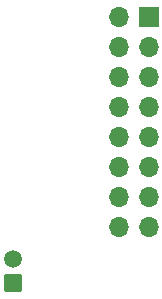
<source format=gbr>
%TF.GenerationSoftware,KiCad,Pcbnew,8.0.1*%
%TF.CreationDate,2024-03-24T23:20:46+02:00*%
%TF.ProjectId,MSHPRI017_Micro_Mouse_Subsystem,4d534850-5249-4303-9137-5f4d6963726f,rev?*%
%TF.SameCoordinates,Original*%
%TF.FileFunction,Soldermask,Bot*%
%TF.FilePolarity,Negative*%
%FSLAX46Y46*%
G04 Gerber Fmt 4.6, Leading zero omitted, Abs format (unit mm)*
G04 Created by KiCad (PCBNEW 8.0.1) date 2024-03-24 23:20:46*
%MOMM*%
%LPD*%
G01*
G04 APERTURE LIST*
G04 Aperture macros list*
%AMRoundRect*
0 Rectangle with rounded corners*
0 $1 Rounding radius*
0 $2 $3 $4 $5 $6 $7 $8 $9 X,Y pos of 4 corners*
0 Add a 4 corners polygon primitive as box body*
4,1,4,$2,$3,$4,$5,$6,$7,$8,$9,$2,$3,0*
0 Add four circle primitives for the rounded corners*
1,1,$1+$1,$2,$3*
1,1,$1+$1,$4,$5*
1,1,$1+$1,$6,$7*
1,1,$1+$1,$8,$9*
0 Add four rect primitives between the rounded corners*
20,1,$1+$1,$2,$3,$4,$5,0*
20,1,$1+$1,$4,$5,$6,$7,0*
20,1,$1+$1,$6,$7,$8,$9,0*
20,1,$1+$1,$8,$9,$2,$3,0*%
G04 Aperture macros list end*
%ADD10RoundRect,0.102000X0.654000X-0.654000X0.654000X0.654000X-0.654000X0.654000X-0.654000X-0.654000X0*%
%ADD11C,1.512000*%
%ADD12R,1.700000X1.700000*%
%ADD13O,1.700000X1.700000*%
G04 APERTURE END LIST*
D10*
%TO.C,J2*%
X102000000Y-82000000D03*
D11*
X102000000Y-80000000D03*
%TD*%
D12*
%TO.C,J1*%
X113500000Y-59500000D03*
D13*
X110960000Y-59500000D03*
X113500000Y-62040000D03*
X110960000Y-62040000D03*
X113500000Y-64580000D03*
X110960000Y-64580000D03*
X113500000Y-67120000D03*
X110960000Y-67120000D03*
X113500000Y-69660000D03*
X110960000Y-69660000D03*
X113500000Y-72200000D03*
X110960000Y-72200000D03*
X113500000Y-74740000D03*
X110960000Y-74740000D03*
X113500000Y-77280000D03*
X110960000Y-77280000D03*
%TD*%
M02*

</source>
